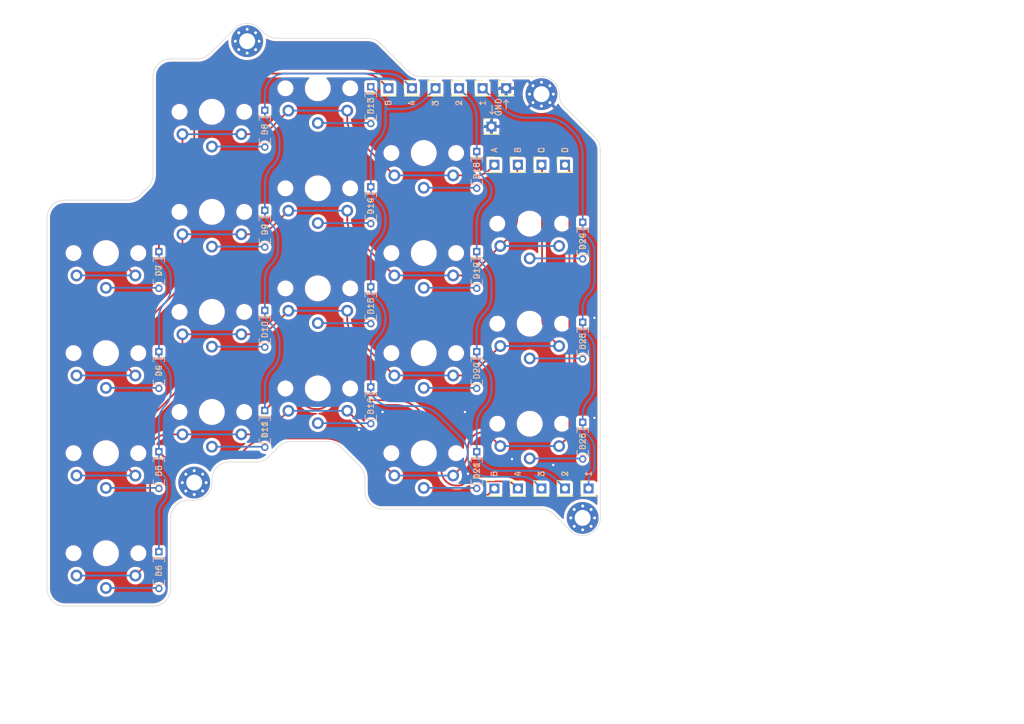
<source format=kicad_pcb>
(kicad_pcb (version 20211014) (generator pcbnew)

  (general
    (thickness 1.6)
  )

  (paper "A4")
  (layers
    (0 "F.Cu" signal)
    (31 "B.Cu" signal)
    (32 "B.Adhes" user "B.Adhesive")
    (33 "F.Adhes" user "F.Adhesive")
    (34 "B.Paste" user)
    (35 "F.Paste" user)
    (36 "B.SilkS" user "B.Silkscreen")
    (37 "F.SilkS" user "F.Silkscreen")
    (38 "B.Mask" user)
    (39 "F.Mask" user)
    (40 "Dwgs.User" user "User.Drawings")
    (41 "Cmts.User" user "User.Comments")
    (42 "Eco1.User" user "User.Eco1")
    (43 "Eco2.User" user "User.Eco2")
    (44 "Edge.Cuts" user)
    (45 "Margin" user)
    (46 "B.CrtYd" user "B.Courtyard")
    (47 "F.CrtYd" user "F.Courtyard")
    (48 "B.Fab" user)
    (49 "F.Fab" user)
    (50 "User.1" user)
    (51 "User.2" user)
    (52 "User.3" user)
    (53 "User.4" user)
    (54 "User.5" user)
    (55 "User.6" user)
    (56 "User.7" user)
    (57 "User.8" user)
    (58 "User.9" user)
  )

  (setup
    (stackup
      (layer "F.SilkS" (type "Top Silk Screen") (color "White"))
      (layer "F.Paste" (type "Top Solder Paste"))
      (layer "F.Mask" (type "Top Solder Mask") (color "Purple") (thickness 0.01))
      (layer "F.Cu" (type "copper") (thickness 0.035))
      (layer "dielectric 1" (type "core") (thickness 1.51) (material "FR4") (epsilon_r 4.5) (loss_tangent 0.02))
      (layer "B.Cu" (type "copper") (thickness 0.035))
      (layer "B.Mask" (type "Bottom Solder Mask") (color "Purple") (thickness 0.01))
      (layer "B.Paste" (type "Bottom Solder Paste"))
      (layer "B.SilkS" (type "Bottom Silk Screen") (color "White"))
      (copper_finish "None")
      (dielectric_constraints no)
    )
    (pad_to_mask_clearance 0)
    (pcbplotparams
      (layerselection 0x00010fc_ffffffff)
      (disableapertmacros false)
      (usegerberextensions false)
      (usegerberattributes true)
      (usegerberadvancedattributes true)
      (creategerberjobfile true)
      (svguseinch false)
      (svgprecision 6)
      (excludeedgelayer true)
      (plotframeref false)
      (viasonmask false)
      (mode 1)
      (useauxorigin false)
      (hpglpennumber 1)
      (hpglpenspeed 20)
      (hpglpendiameter 15.000000)
      (dxfpolygonmode true)
      (dxfimperialunits true)
      (dxfusepcbnewfont true)
      (psnegative false)
      (psa4output false)
      (plotreference true)
      (plotvalue true)
      (plotinvisibletext false)
      (sketchpadsonfab false)
      (subtractmaskfromsilk false)
      (outputformat 1)
      (mirror false)
      (drillshape 1)
      (scaleselection 1)
      (outputdirectory "")
    )
  )

  (net 0 "")
  (net 1 "GND")
  (net 2 "/5")
  (net 3 "Net-(D4-Pad2)")
  (net 4 "Net-(D5-Pad2)")
  (net 5 "Net-(D6-Pad2)")
  (net 6 "/4")
  (net 7 "Net-(D8-Pad2)")
  (net 8 "Net-(D9-Pad2)")
  (net 9 "Net-(D10-Pad2)")
  (net 10 "Net-(D11-Pad2)")
  (net 11 "/3")
  (net 12 "Net-(D13-Pad2)")
  (net 13 "Net-(D14-Pad2)")
  (net 14 "Net-(D15-Pad2)")
  (net 15 "Net-(D16-Pad2)")
  (net 16 "/2")
  (net 17 "Net-(D18-Pad2)")
  (net 18 "Net-(D19-Pad2)")
  (net 19 "Net-(D20-Pad2)")
  (net 20 "Net-(D21-Pad2)")
  (net 21 "/1")
  (net 22 "Net-(D24-Pad2)")
  (net 23 "Net-(D25-Pad2)")
  (net 24 "Net-(D26-Pad2)")
  (net 25 "Net-(D7-Pad2)")
  (net 26 "/B")
  (net 27 "/C")
  (net 28 "/D")
  (net 29 "/A")

  (footprint "resist_the:DIOAD829W49L456D191" (layer "F.Cu") (at 101 41 -90))

  (footprint "MountingHole:MountingHole_2.7mm_M2.5_Pad_Via" (layer "F.Cu") (at 155 107))

  (footprint "Connector_PinHeader_2.54mm:PinHeader_1x01_P2.54mm_Vertical" (layer "F.Cu") (at 152 102))

  (footprint "mbk:Choc-1u-solder-flip" (layer "F.Cu") (at 74 96))

  (footprint "resist_the:DIOAD829W49L456D191" (layer "F.Cu") (at 83 116 -90))

  (footprint "Connector_PinHeader_2.54mm:PinHeader_1x01_P2.54mm_Vertical" (layer "F.Cu") (at 142 34))

  (footprint "mbk:Choc-1u-solder-flip" (layer "F.Cu") (at 128 62))

  (footprint "Connector_PinHeader_2.54mm:PinHeader_1x01_P2.54mm_Vertical" (layer "F.Cu") (at 122 34))

  (footprint "Connector_PinHeader_2.54mm:PinHeader_1x01_P2.54mm_Vertical" (layer "F.Cu") (at 144 47))

  (footprint "mbk:Choc-1u-solder-flip" (layer "F.Cu") (at 92 89))

  (footprint "mbk:Choc-1u-solder-flip" (layer "F.Cu") (at 146 74))

  (footprint "mbk:Choc-1u-solder-flip" (layer "F.Cu") (at 128 45))

  (footprint "resist_the:DIOAD829W49L456D191" (layer "F.Cu") (at 101 92 -90))

  (footprint "mbk:Choc-1u-solder-flip" (layer "F.Cu") (at 128 79))

  (footprint "mbk:Choc-1u-solder-flip" (layer "F.Cu") (at 128 96))

  (footprint "resist_the:DIOAD829W49L456D191" (layer "F.Cu") (at 137 65 -90))

  (footprint "MountingHole:MountingHole_2.7mm_M2.5_Pad_Via" (layer "F.Cu") (at 148 35))

  (footprint "resist_the:DIOAD829W49L456D191" (layer "F.Cu") (at 119 71 -90))

  (footprint "mbk:Choc-1u-solder-flip" (layer "F.Cu") (at 92 55))

  (footprint "resist_the:DIOAD829W49L456D191" (layer "F.Cu") (at 101 75 -90))

  (footprint "Connector_PinHeader_2.54mm:PinHeader_1x01_P2.54mm_Vertical" (layer "F.Cu") (at 156 102))

  (footprint "resist_the:DIOAD829W49L456D191" (layer "F.Cu") (at 119 88 -90))

  (footprint "mbk:Choc-1u-solder-flip" (layer "F.Cu") (at 74 62))

  (footprint "Connector_PinHeader_2.54mm:PinHeader_1x01_P2.54mm_Vertical" (layer "F.Cu") (at 140 47))

  (footprint "Connector_PinHeader_2.54mm:PinHeader_1x01_P2.54mm_Vertical" (layer "F.Cu") (at 148 47))

  (footprint "MountingHole:MountingHole_2.7mm_M2.5_Pad_Via" (layer "F.Cu") (at 89 101))

  (footprint "resist_the:DIOAD829W49L456D191" (layer "F.Cu") (at 101 58 -90))

  (footprint "Connector_PinHeader_2.54mm:PinHeader_1x01_P2.54mm_Vertical" (layer "F.Cu") (at 144 102))

  (footprint "Connector_PinHeader_2.54mm:PinHeader_1x01_P2.54mm_Vertical" (layer "F.Cu") (at 152 47))

  (footprint "MountingHole:MountingHole_2.7mm_M2.5_Pad_Via" (layer "F.Cu") (at 98 26))

  (footprint "Connector_PinHeader_2.54mm:PinHeader_1x01_P2.54mm_Vertical" (layer "F.Cu") (at 134 34))

  (footprint "resist_the:DIOAD829W49L456D191" (layer "F.Cu") (at 155 60 -90))

  (footprint "resist_the:DIOAD829W49L456D191" (layer "F.Cu") (at 155 94 -90))

  (footprint "resist_the:DIOAD829W49L456D191" (layer "F.Cu") (at 119 37 -90))

  (footprint "resist_the:DIOAD829W49L456D191" (layer "F.Cu") (at 137 99 -90))

  (footprint "Connector_PinHeader_2.54mm:PinHeader_1x01_P2.54mm_Vertical" (layer "F.Cu") (at 139.5 40.5))

  (footprint "resist_the:DIOAD829W49L456D191" (layer "F.Cu") (at 137 82 -90))

  (footprint "resist_the:DIOAD829W49L456D191" (layer "F.Cu") (at 119 54 -90))

  (footprint "mbk:Choc-1u-solder-flip" (layer "F.Cu") (at 92 38))

  (footprint "resist_the:DIOAD829W49L456D191" (layer "F.Cu") (at 83 82 -90))

  (footprint "Connector_PinHeader_2.54mm:PinHeader_1x01_P2.54mm_Vertical" (layer "F.Cu") (at 130 34))

  (footprint "resist_the:DIOAD829W49L456D191" (layer "F.Cu")
    (tedit 6235BD20) (tstamp b6d5a133-bda1-431f-9bd7-7e44e74114d3)
    (at 83 99 -90)
    (property "Sheetfile" "matrix.kicad_sch")
    (property "Sheetname" "matrix")
    (path "/d50b0a40-1202-42dd-99f0-7359331afb7e/99dcae49-bd8c-46c3-8a0a-84bf4d5b285c")
    (attr through_hole)
    (fp_text reference "D5" (at 0 0 -90) (layer "F.SilkS")
      (effects (font (size 1.000102 1.000102) (thickness 0.15)))
      (tstamp 5bb33d94-db85-489a-ac92-e581229d6fd1)
    )
    (fp_text value "~" (at 0 2 -90) (layer "F.Fab")
      (effects (font (size 1.001921 1.001921) (thickness 0.15)))
      (tstamp 9e85a0bd-2ea4-4e21-a706-c10811c192c1)
    )
    (fp_text user "${REFERENCE}" (at 0 0 90 unlocked) (layer "B.SilkS")
      (effects (font (size 1.000102 1.000102) (thickness 0.15)) (justify mirror))
      (tstamp b7ffb364-93ba-41bc-880e-c3bee7023836)
    )
    (fp_line (start 2.28 0) (end 2.28 0.95) (layer "B.SilkS") (width 0.127) (tstamp 1ccd23ae-8f92-403a-99d9-8154cc951a79))
    (fp_line (start 2.28 -0.96) (end 1.52 -0.96) (layer "B.SilkS") (width 0.127) (tstamp 332d9a86-e08c-409b-abf8-ea31ed26e0c8))
    (fp_line (start -2.28 0) (end -2.28 0.96) (layer "B.SilkS") (width 0.127) (tstamp 4c840ab8-95f2-43b1-a2ad-1f370e68d709))
    (fp_line (start -2 -0.75) (end -2 0.75) (layer "B.SilkS") (width 0.12) (tstamp 70623c85-dd04-452f-81a0-309bf8a5d118))
    (fp_line (start 2.28 -0.96) (end 2.28 0) (layer "B.SilkS") (width 0.127) (tstamp a099be27-0a1f-4ba2-99d2-f5943e17eb23))
    (fp_line (start -1.52 0.96) (end -2.28 0.96) (layer "B.SilkS") (width 0.127) (tstamp d6915da7-c975-4eca-b35c-230c15009e82))
    (fp_line (start -2.28 -0.95) (end -2.28 0) (layer "B.SilkS") (width 0.127) (tstamp e212507d-8b18-4c6f-b2dd-20ec55fecf3a))
    (fp_line (start 2.28 0.96) (end 1.52 0.96) (layer "B.SilkS") (width 0.127) (tstamp f7154d17-4cb4-4d45-8bc4-fbd10649c676))
    (fp_line (start -1.52 -0.96) (end -2.28 -0.96) (layer "B.SilkS") (width 0.127) (tstamp ffc3ef53-5feb-4fe1-ac80-47c861c7610d))
    (fp_line (start -2.28 -0.96) (end -1.52 -0.96) (layer "F.SilkS") (width 0.127) (tstamp 080ebc12-da4e-4f24-b3ef-5b59cea85f2c))
    (fp_line (start 1.52 -0.96) (end 2.28 -0.96) (layer "F.SilkS") (width 0.127) (tstamp 21e4e437-64c6-45db-9b8c-c67f52a4f417))
    (fp_line (start -2.28 -0.96) (end -2.28 0) (layer "F.SilkS") (width 0.127) (tstamp 36f02c39-775b-4840-a9b7-d0e57ec13cc0))
    (fp_line (start 2.28 0) (end 2.28 0.96) (layer "F.SilkS") (width 0.127) (tstamp 3c5ccc71-b353-429f-a714-d960f51052a6))
    (fp_line (start 2.28 -0.95) (end 2.28 0) (layer "F.SilkS") (width 0.127) (tstamp 47002688-4a69-401e-880e-260a8eed622d))
    (fp_line (start -2.28 0.96) (end -1.52 0.96) (layer "F.SilkS") (width 0.127) (tstamp 4d04def0-c519-4ce4-b0d2-f10163bc8347))
    (fp_line (start -2 -0.75) (end -2 0.75) (layer "F.SilkS") (width 0.12) (tstamp c6a999e4-488e-41ba-8b29-4760fc0b1b9d))
    (fp_line (start 1.52 0.96) (end 2.28 0.96) (layer "F.SilkS") (width 0.127) (tstamp ca747762-c3f5-44ee-aad2-345176ec7dfc))
    (fp_line (start -2.28 0) (end -2.28 0.95) (layer "F.SilkS") (width 0.127) (tstamp ec919632-5508-492d-9af1-515fd5f9d13a))
    (fp_line (start -4 -0.815) (end -4 0.815) (layer "F.CrtYd") (width 0.05) (tstamp 010a6031-4edd-49ee-bc53-55e656a2a41d))
    (fp_line (start -2.53 1) (end -2.53 0.815) (layer "F.CrtYd") (width 0.05) (tstamp 029605f9-3074-46cd-9bbe-0b7157ae90d7))
    (fp_line (start 3.75 -0.815) (end 2.53 -0.815) (layer "F.CrtYd") (width 0.05) (tstamp 46bfaca1-7072-4562-9444-60f9f3ac83ec))
    (fp_line (start -2.53 -1) (end -2.53 -0.815) (layer "F.CrtYd") (width 0.05) (tstamp 4d162fdc-2601-4f2b-9d9c-b58a4fcf53a4))
    (fp_line (start 3.75 0.815) (end 2.53 0.815) (layer "F.CrtYd") (width 0.05) (tstamp 565d24fc-69c1-4e13-b1ad-58095e124139))
    (fp_line (start 2.53 -1) (end 2.53 -0.815) (layer "F.CrtYd") (width 0.05) (tstamp 5ddcce53-43e3-4645-b822-7360f5cd6e27))
    (fp_line (start 2.53 1) (end 2.53 0.815) (layer "F.CrtYd") (width 0.05) (tstamp 7476c36a-c1a7-438a-abc8-a1619676e9cc))
    (fp_line (start 2.53 1) (end -2.53 1) (layer "F.CrtYd") (width 0.05) (tstamp 794a682e-cb27-469b-95c9-b46c78772626))
    (fp_line (start -2.53 -1) (end 2.53 -1) (layer "F.CrtYd") (width 0.05) (tstamp 81336d77-38fa-4743-afbf-90a1e1344873))
    (fp_line (start 3.75 -0.815) (end 3.75 0.815) (layer "F.CrtYd") (width 0.05) (tstamp 923b83d0-c6da-49cc-9f12-f2e27e1ec142))
    (fp_line (start -2.53 0.815) (end -4 0.815) (layer "F.CrtYd") (width 0.05) (tstamp ba5a2b26-d988-43b7-aabe-c708801aac91))
    (fp_line (start -2.53 -0.815) (end -4 -0.815) (layer "F.CrtYd") (width 0.05) (tstamp d5d9f411-28cc-4567-b7fb-a742931e14a5))
    (fp_line (start -2 -0.75) (end -2 0.75) (layer "B.Fab") (width 0.1) (tstamp 87b8d9df-417b-4b65-8fd1-eb2412fac915))
    (fp_line (start 2.28 0) (end 2.28 0.96) (layer "F.Fab") (width 0.127) (tstamp 013e58ce-10df-4588-9ee1-b5410bff3cac))
    (fp_line (start -2.28 -0.96) (end -2.28 0) (layer "F.Fab") (width 0.127) (tstamp 24f546c2-4f34-4a2b-8966-f476f447d746))
    (fp_line (start -2.28 0.96) (end 2.28 0.96) (layer "F.Fab") (width 0.127) (tstamp 30fbd25e-1c08-4010-9632-ebefe075477c))
    (fp_line (start 2.28 0) (end 3.581 0) (layer "F.Fab") (width 0.127) (tstamp 7f75d601-3827-49fa-b150-422ff0309479))
    (fp_line (start 2.28 -0.96) (end 2.28 0) (layer "F.Fab") (width 0.127) (tstamp 94714c2e-3df3-42c4-9181-59ce37ad9cd1))
    (fp_line (start -2.28 0) (end -2.28 0.96) (layer "F.Fab") (width 0.127) (tstamp b72527e2-5742-4854-8c38-8dd13d497c8b))
    (fp_line (start -3.581 0) (end -2.28 0) (layer "F.Fab") (width 0.127) (tstamp bcfbbe3b-8904-4b2
... [1505320 chars truncated]
</source>
